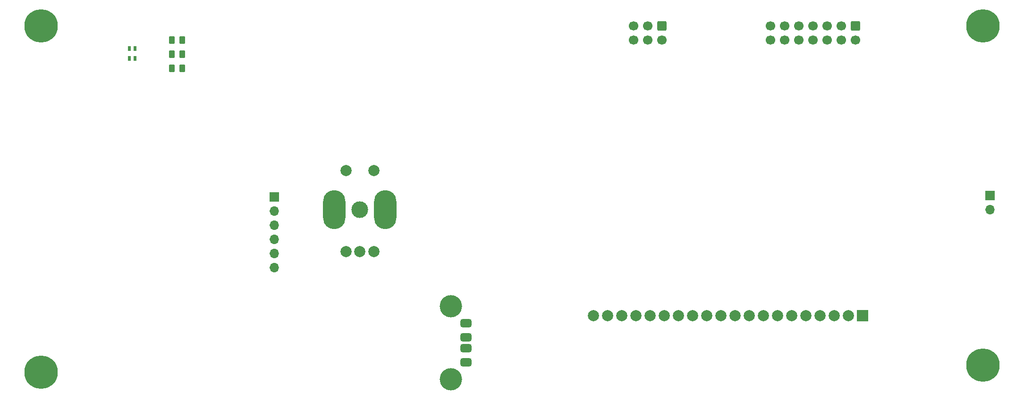
<source format=gbs>
G04 #@! TF.GenerationSoftware,KiCad,Pcbnew,8.0.5*
G04 #@! TF.CreationDate,2025-01-18T14:25:39-08:00*
G04 #@! TF.ProjectId,Control,436f6e74-726f-46c2-9e6b-696361645f70,2.1*
G04 #@! TF.SameCoordinates,Original*
G04 #@! TF.FileFunction,Soldermask,Bot*
G04 #@! TF.FilePolarity,Negative*
%FSLAX46Y46*%
G04 Gerber Fmt 4.6, Leading zero omitted, Abs format (unit mm)*
G04 Created by KiCad (PCBNEW 8.0.5) date 2025-01-18 14:25:39*
%MOMM*%
%LPD*%
G01*
G04 APERTURE LIST*
G04 Aperture macros list*
%AMRoundRect*
0 Rectangle with rounded corners*
0 $1 Rounding radius*
0 $2 $3 $4 $5 $6 $7 $8 $9 X,Y pos of 4 corners*
0 Add a 4 corners polygon primitive as box body*
4,1,4,$2,$3,$4,$5,$6,$7,$8,$9,$2,$3,0*
0 Add four circle primitives for the rounded corners*
1,1,$1+$1,$2,$3*
1,1,$1+$1,$4,$5*
1,1,$1+$1,$6,$7*
1,1,$1+$1,$8,$9*
0 Add four rect primitives between the rounded corners*
20,1,$1+$1,$2,$3,$4,$5,0*
20,1,$1+$1,$4,$5,$6,$7,0*
20,1,$1+$1,$6,$7,$8,$9,0*
20,1,$1+$1,$8,$9,$2,$3,0*%
G04 Aperture macros list end*
%ADD10RoundRect,0.250000X-0.600000X0.600000X-0.600000X-0.600000X0.600000X-0.600000X0.600000X0.600000X0*%
%ADD11C,1.700000*%
%ADD12R,1.700000X1.700000*%
%ADD13O,1.700000X1.700000*%
%ADD14RoundRect,0.375000X-0.625000X0.375000X-0.625000X-0.375000X0.625000X-0.375000X0.625000X0.375000X0*%
%ADD15C,4.000000*%
%ADD16C,0.800000*%
%ADD17C,6.000000*%
%ADD18RoundRect,0.250000X-0.262500X-0.450000X0.262500X-0.450000X0.262500X0.450000X-0.262500X0.450000X0*%
%ADD19O,4.000000X7.000000*%
%ADD20C,3.000000*%
%ADD21C,2.000000*%
%ADD22R,2.000000X2.000000*%
%ADD23R,0.500000X0.850000*%
G04 APERTURE END LIST*
D10*
G04 #@! TO.C,MCU1*
X205740000Y-68580000D03*
D11*
X205740000Y-71120000D03*
X203200000Y-68580000D03*
X203200000Y-71120000D03*
X200660000Y-68580000D03*
X200660000Y-71120000D03*
X198120000Y-68580000D03*
X198120000Y-71120000D03*
X195580000Y-68580000D03*
X195580000Y-71120000D03*
X193040000Y-68580000D03*
X193040000Y-71120000D03*
X190500000Y-68580000D03*
X190500000Y-71120000D03*
G04 #@! TD*
D12*
G04 #@! TO.C,SW2*
X229870000Y-99060000D03*
D13*
X229870000Y-101600000D03*
G04 #@! TD*
D14*
G04 #@! TO.C,USB1*
X135844000Y-122013000D03*
X135844000Y-124513000D03*
X135844000Y-126513000D03*
X135844000Y-129013000D03*
D15*
X133134000Y-118943000D03*
X133134000Y-132083000D03*
G04 #@! TD*
D16*
G04 #@! TO.C,H1*
X57440000Y-68580000D03*
X58099010Y-66989010D03*
X58099010Y-70170990D03*
X59690000Y-66330000D03*
D17*
X59690000Y-68580000D03*
D16*
X59690000Y-70830000D03*
X61280990Y-66989010D03*
X61280990Y-70170990D03*
X61940000Y-68580000D03*
G04 #@! TD*
G04 #@! TO.C,H2*
X226350000Y-68580000D03*
X227009010Y-66989010D03*
X227009010Y-70170990D03*
X228600000Y-66330000D03*
D17*
X228600000Y-68580000D03*
D16*
X228600000Y-70830000D03*
X230190990Y-66989010D03*
X230190990Y-70170990D03*
X230850000Y-68580000D03*
G04 #@! TD*
G04 #@! TO.C,H3*
X57440000Y-130810000D03*
X58099010Y-129219010D03*
X58099010Y-132400990D03*
X59690000Y-128560000D03*
D17*
X59690000Y-130810000D03*
D16*
X59690000Y-133060000D03*
X61280990Y-129219010D03*
X61280990Y-132400990D03*
X61940000Y-130810000D03*
G04 #@! TD*
G04 #@! TO.C,H4*
X226350000Y-129540000D03*
X227009010Y-127949010D03*
X227009010Y-131130990D03*
X228600000Y-127290000D03*
D17*
X228600000Y-129540000D03*
D16*
X228600000Y-131790000D03*
X230190990Y-127949010D03*
X230190990Y-131130990D03*
X230850000Y-129540000D03*
G04 #@! TD*
D12*
G04 #@! TO.C,SW3*
X101500000Y-99340000D03*
D13*
X101500000Y-101880000D03*
X101500000Y-104420000D03*
X101500000Y-106960000D03*
X101500000Y-109500000D03*
X101500000Y-112040000D03*
G04 #@! TD*
D10*
G04 #@! TO.C,ISP1*
X171045000Y-68580000D03*
D11*
X171045000Y-71120000D03*
X168505000Y-68580000D03*
X168505000Y-71120000D03*
X165965000Y-68580000D03*
X165965000Y-71120000D03*
G04 #@! TD*
D18*
G04 #@! TO.C,R5*
X83161500Y-71120000D03*
X84986500Y-71120000D03*
G04 #@! TD*
G04 #@! TO.C,R6*
X83161500Y-73660000D03*
X84986500Y-73660000D03*
G04 #@! TD*
G04 #@! TO.C,R7*
X83161500Y-76200000D03*
X84986500Y-76200000D03*
G04 #@! TD*
D19*
G04 #@! TO.C,SW1*
X121390000Y-101600000D03*
D20*
X116840000Y-101600000D03*
D19*
X112290000Y-101600000D03*
D21*
X119340000Y-109100000D03*
X114340000Y-109100000D03*
X116840000Y-109100000D03*
X119340000Y-94600000D03*
X114340000Y-94600000D03*
G04 #@! TD*
D22*
G04 #@! TO.C,DISP1*
X207010000Y-120650000D03*
D21*
X204470000Y-120650000D03*
X201930000Y-120650000D03*
X199390000Y-120650000D03*
X196850000Y-120650000D03*
X194310000Y-120650000D03*
X191770000Y-120650000D03*
X189230000Y-120650000D03*
X186690000Y-120650000D03*
X184150000Y-120650000D03*
X181610000Y-120650000D03*
X179070000Y-120650000D03*
X176530000Y-120650000D03*
X173990000Y-120650000D03*
X171450000Y-120650000D03*
X168910000Y-120650000D03*
X166370000Y-120650000D03*
X163830000Y-120650000D03*
X161290000Y-120650000D03*
X158750000Y-120650000D03*
G04 #@! TD*
D23*
G04 #@! TO.C,D1*
X76500000Y-72625000D03*
X76500000Y-74375000D03*
X75500000Y-74375000D03*
X75500000Y-72625000D03*
G04 #@! TD*
M02*

</source>
